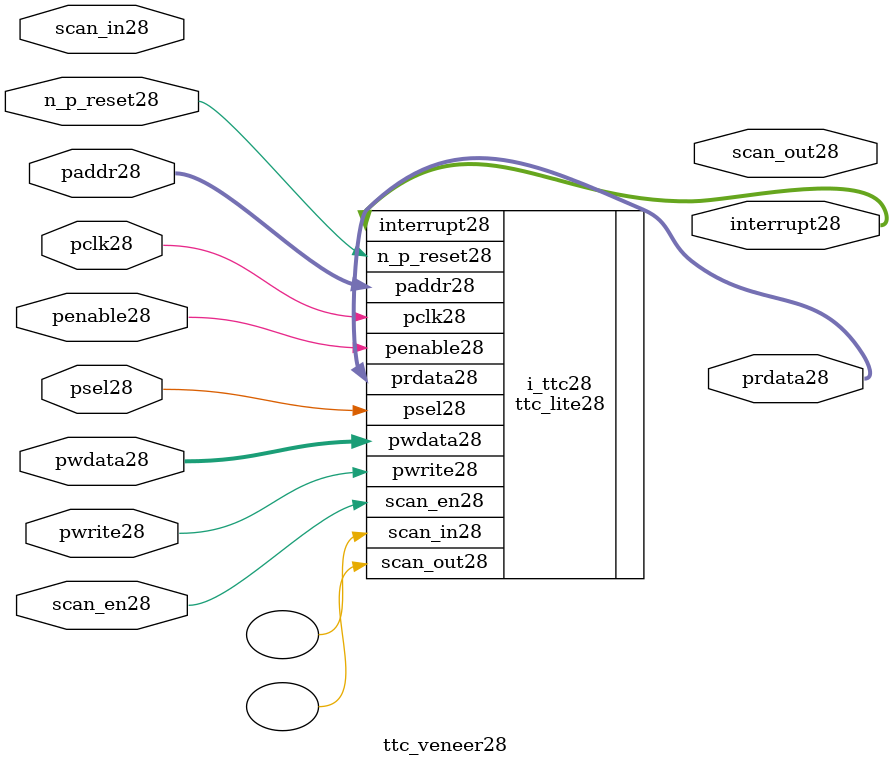
<source format=v>
module ttc_veneer28 (
           
           //inputs28
           n_p_reset28,
           pclk28,
           psel28,
           penable28,
           pwrite28,
           pwdata28,
           paddr28,
           scan_in28,
           scan_en28,

           //outputs28
           prdata28,
           interrupt28,
           scan_out28           

           );


//-----------------------------------------------------------------------------
// PORT DECLARATIONS28
//-----------------------------------------------------------------------------

   input         n_p_reset28;            //System28 Reset28
   input         pclk28;                 //System28 clock28
   input         psel28;                 //Select28 line
   input         penable28;              //Enable28
   input         pwrite28;               //Write line, 1 for write, 0 for read
   input [31:0]  pwdata28;               //Write data
   input [7:0]   paddr28;                //Address Bus28 register
   input         scan_in28;              //Scan28 chain28 input port
   input         scan_en28;              //Scan28 chain28 enable port
   
   output [31:0] prdata28;               //Read Data from the APB28 Interface28
   output [3:1]  interrupt28;            //Interrupt28 from PCI28 
   output        scan_out28;             //Scan28 chain28 output port

//##############################################################################
// if the TTC28 is NOT28 black28 boxed28 
//##############################################################################
`ifndef FV_KIT_BLACK_BOX_TTC28 

ttc_lite28 i_ttc28(

   //inputs28
   .n_p_reset28(n_p_reset28),
   .pclk28(pclk28),
   .psel28(psel28),
   .penable28(penable28),
   .pwrite28(pwrite28),
   .pwdata28(pwdata28),
   .paddr28(paddr28),
   .scan_in28(),
   .scan_en28(scan_en28),

   //outputs28
   .prdata28(prdata28),
   .interrupt28(interrupt28),
   .scan_out28()
);

`else 
//##############################################################################
// if the TTC28 is black28 boxed28 
//##############################################################################

   wire          n_p_reset28;            //System28 Reset28
   wire          pclk28;                 //System28 clock28
   wire          psel28;                 //Select28 line
   wire          penable28;              //Enable28
   wire          pwrite28;               //Write line, 1 for write, 0 for read
   wire  [31:0]  pwdata28;               //Write data
   wire  [7:0]   paddr28;                //Address Bus28 register
   wire          scan_in28;              //Scan28 chain28 wire  port
   wire          scan_en28;              //Scan28 chain28 enable port
   
   reg    [31:0] prdata28;               //Read Data from the APB28 Interface28
   reg    [3:1]  interrupt28;            //Interrupt28 from PCI28 
   reg           scan_out28;             //Scan28 chain28 reg    port

`endif
//##############################################################################
// black28 boxed28 defines28 
//##############################################################################

endmodule

</source>
